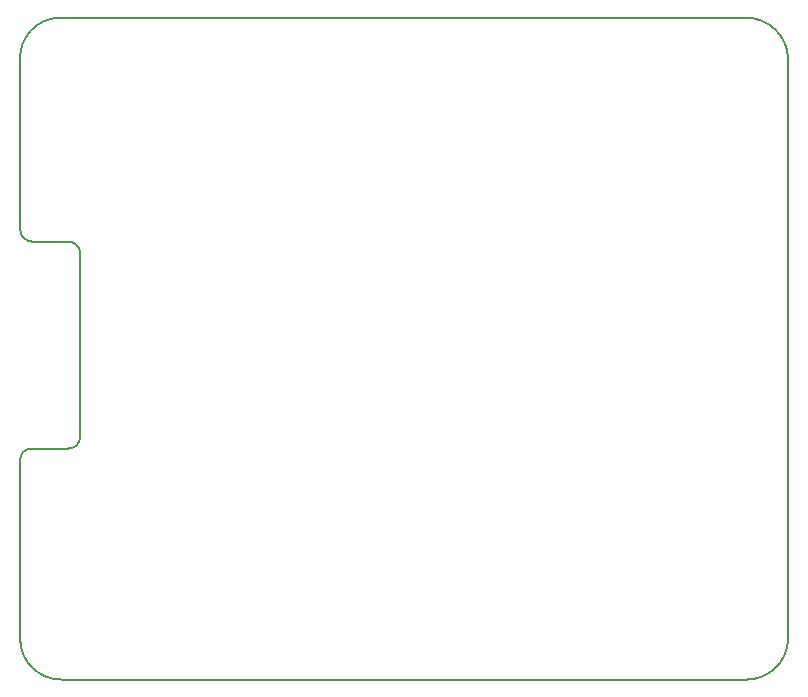
<source format=gm1>
G04 #@! TF.FileFunction,Profile,NP*
%FSLAX46Y46*%
G04 Gerber Fmt 4.6, Leading zero omitted, Abs format (unit mm)*
G04 Created by KiCad (PCBNEW 4.0.2-stable) date 05/04/2016 23:50:18*
%MOMM*%
G01*
G04 APERTURE LIST*
%ADD10C,0.100000*%
%ADD11C,0.150000*%
G04 APERTURE END LIST*
D10*
D11*
X81838800Y-79552800D02*
X81838800Y-63906400D01*
X76758800Y-81483200D02*
X76758800Y-96621600D01*
X80822800Y-80467200D02*
X77673200Y-80467200D01*
X77774800Y-62941200D02*
X80772000Y-62941200D01*
X76758800Y-47548800D02*
X76758800Y-61925200D01*
X138277600Y-100025200D02*
X80264000Y-100025200D01*
X141782800Y-96520000D02*
X141782800Y-47548800D01*
X80162400Y-43992800D02*
X138125200Y-43992800D01*
X80010000Y-43992800D02*
X80162400Y-43992800D01*
X80010000Y-43992800D02*
G75*
G03X76758800Y-47548800I152400J-3403600D01*
G01*
X80822800Y-80467200D02*
G75*
G03X81838800Y-79552800I50800J965200D01*
G01*
X76758800Y-61925200D02*
G75*
G03X77774800Y-62941200I1016000J0D01*
G01*
X81838800Y-63906400D02*
G75*
G03X80772000Y-62941200I-1016000J-50800D01*
G01*
X77673200Y-80467200D02*
G75*
G03X76758800Y-81483200I50800J-965200D01*
G01*
X138277600Y-100025200D02*
G75*
G03X141782800Y-96520000I0J3505200D01*
G01*
X141782800Y-47447200D02*
X141782800Y-47548800D01*
X141782800Y-47447200D02*
G75*
G03X138125200Y-43992800I-3556000J-101600D01*
G01*
X76758800Y-96621600D02*
G75*
G03X80264000Y-100025200I3454400J50800D01*
G01*
M02*

</source>
